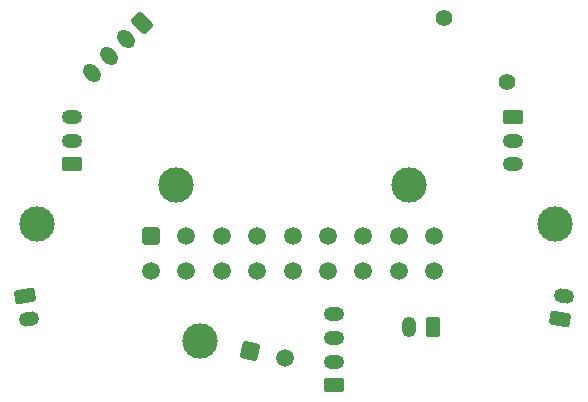
<source format=gbs>
%TF.GenerationSoftware,KiCad,Pcbnew,(6.0.1)*%
%TF.CreationDate,2022-01-25T15:54:23+01:00*%
%TF.ProjectId,v0_miniAB_batboard,76305f6d-696e-4694-9142-5f626174626f,rev?*%
%TF.SameCoordinates,Original*%
%TF.FileFunction,Soldermask,Bot*%
%TF.FilePolarity,Negative*%
%FSLAX46Y46*%
G04 Gerber Fmt 4.6, Leading zero omitted, Abs format (unit mm)*
G04 Created by KiCad (PCBNEW (6.0.1)) date 2022-01-25 15:54:23*
%MOMM*%
%LPD*%
G01*
G04 APERTURE LIST*
G04 Aperture macros list*
%AMRoundRect*
0 Rectangle with rounded corners*
0 $1 Rounding radius*
0 $2 $3 $4 $5 $6 $7 $8 $9 X,Y pos of 4 corners*
0 Add a 4 corners polygon primitive as box body*
4,1,4,$2,$3,$4,$5,$6,$7,$8,$9,$2,$3,0*
0 Add four circle primitives for the rounded corners*
1,1,$1+$1,$2,$3*
1,1,$1+$1,$4,$5*
1,1,$1+$1,$6,$7*
1,1,$1+$1,$8,$9*
0 Add four rect primitives between the rounded corners*
20,1,$1+$1,$2,$3,$4,$5,0*
20,1,$1+$1,$4,$5,$6,$7,0*
20,1,$1+$1,$6,$7,$8,$9,0*
20,1,$1+$1,$8,$9,$2,$3,0*%
%AMHorizOval*
0 Thick line with rounded ends*
0 $1 width*
0 $2 $3 position (X,Y) of the first rounded end (center of the circle)*
0 $4 $5 position (X,Y) of the second rounded end (center of the circle)*
0 Add line between two ends*
20,1,$1,$2,$3,$4,$5,0*
0 Add two circle primitives to create the rounded ends*
1,1,$1,$2,$3*
1,1,$1,$4,$5*%
G04 Aperture macros list end*
%ADD10C,3.000000*%
%ADD11RoundRect,0.250000X0.395409X-0.586218X0.586218X0.395409X-0.395409X0.586218X-0.586218X-0.395409X0*%
%ADD12C,1.500000*%
%ADD13RoundRect,0.250000X0.625000X-0.350000X0.625000X0.350000X-0.625000X0.350000X-0.625000X-0.350000X0*%
%ADD14O,1.750000X1.200000*%
%ADD15RoundRect,0.249999X0.350001X0.625001X-0.350001X0.625001X-0.350001X-0.625001X0.350001X-0.625001X0*%
%ADD16O,1.200000X1.750000*%
%ADD17RoundRect,0.249999X-0.625001X0.350001X-0.625001X-0.350001X0.625001X-0.350001X0.625001X0.350001X0*%
%ADD18RoundRect,0.249999X0.625001X-0.350001X0.625001X0.350001X-0.625001X0.350001X-0.625001X-0.350001X0*%
%ADD19RoundRect,0.250001X-0.499999X-0.499999X0.499999X-0.499999X0.499999X0.499999X-0.499999X0.499999X0*%
%ADD20RoundRect,0.249999X-0.194454X0.689431X-0.689431X0.194454X0.194454X-0.689431X0.689431X-0.194454X0*%
%ADD21HorizOval,1.200000X-0.194454X0.194454X0.194454X-0.194454X0*%
%ADD22RoundRect,0.249999X-0.676283X0.236153X-0.554729X-0.453214X0.676283X-0.236153X0.554729X0.453214X0*%
%ADD23HorizOval,1.200000X-0.270822X-0.047753X0.270822X0.047753X0*%
%ADD24RoundRect,0.249999X0.554729X-0.453214X0.676283X0.236153X-0.554729X0.453214X-0.676283X-0.236153X0*%
%ADD25HorizOval,1.200000X-0.270822X0.047753X0.270822X-0.047753X0*%
%ADD26C,1.400000*%
%ADD27HorizOval,1.400000X0.000000X0.000000X0.000000X0.000000X0*%
G04 APERTURE END LIST*
D10*
%TO.C,J2*%
X92019371Y-109905705D03*
D11*
X96260000Y-110730000D03*
D12*
X99204882Y-111302427D03*
%TD*%
D13*
%TO.C,J3*%
X103370000Y-113630000D03*
D14*
X103370000Y-111630000D03*
X103370000Y-109630000D03*
X103370000Y-107630000D03*
%TD*%
D15*
%TO.C,J6*%
X111710000Y-108680000D03*
D16*
X109710000Y-108680000D03*
%TD*%
D17*
%TO.C,J7*%
X118500000Y-90925000D03*
D14*
X118500000Y-92925000D03*
X118500000Y-94925000D03*
%TD*%
D18*
%TO.C,J8*%
X81200000Y-94925000D03*
D14*
X81200000Y-92925000D03*
X81200000Y-90925000D03*
%TD*%
D10*
%TO.C,J9*%
X109710000Y-96640000D03*
X90010000Y-96640000D03*
D19*
X87850000Y-100960000D03*
D12*
X90850000Y-100960000D03*
X93850000Y-100960000D03*
X96850000Y-100960000D03*
X99850000Y-100960000D03*
X102850000Y-100960000D03*
X105850000Y-100960000D03*
X108850000Y-100960000D03*
X111850000Y-100960000D03*
X87850000Y-103960000D03*
X90850000Y-103960000D03*
X93850000Y-103960000D03*
X96850000Y-103960000D03*
X99850000Y-103960000D03*
X102850000Y-103960000D03*
X105850000Y-103960000D03*
X108850000Y-103960000D03*
X111850000Y-103960000D03*
%TD*%
D10*
%TO.C,REF\u002A\u002A*%
X122030000Y-99990000D03*
%TD*%
%TO.C,REF\u002A\u002A*%
X78190000Y-100000000D03*
%TD*%
D20*
%TO.C,J1*%
X87130000Y-82930000D03*
D21*
X85715786Y-84344214D03*
X84301573Y-85758427D03*
X82887359Y-87172641D03*
%TD*%
D22*
%TO.C,J4*%
X77190000Y-106030000D03*
D23*
X77537296Y-107999616D03*
%TD*%
D24*
%TO.C,J5*%
X122450000Y-108000000D03*
D25*
X122797296Y-106030384D03*
%TD*%
D26*
%TO.C,TH1*%
X112655924Y-82530924D03*
D27*
X118044078Y-87919078D03*
%TD*%
M02*

</source>
